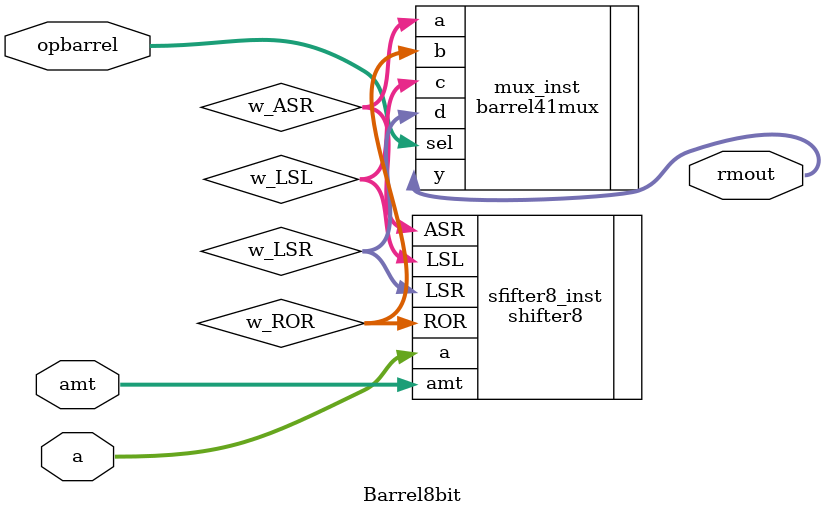
<source format=sv>
module Barrel8bit(input logic [7:0] a,
						input logic [1:0] amt,
						input logic [1:0] opbarrel,
					  output logic [7:0] rmout);

	logic [7:0] w_LSL,w_LSR,w_ASR,w_ROR;

shifter8 sfifter8_inst (.a(a), .amt(amt),.ASR(w_ASR),.ROR(w_ROR),.LSL(w_LSL),.LSR(w_LSR));
barrel41mux mux_inst (.a(w_ASR),.b(w_ROR),.c(w_LSL),.d(w_LSR),.sel(opbarrel),.y(rmout));
 

endmodule
</source>
